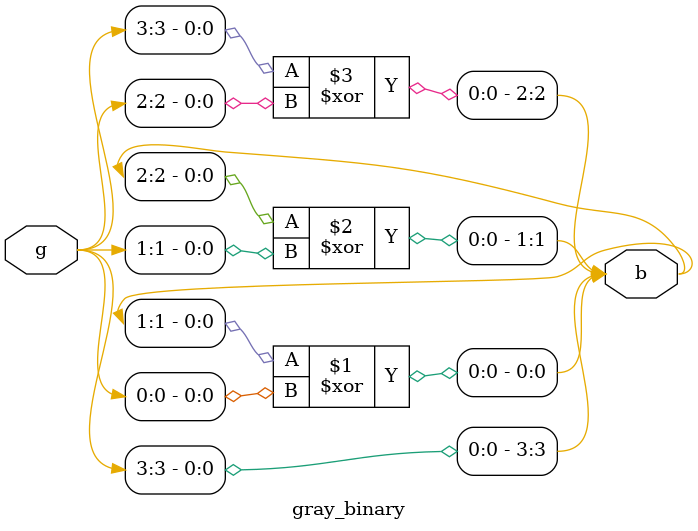
<source format=v>
module gray_binary (b,g);

  input [3:0]g;
  output [3:0]b;


  
 assign b[0]=b[1]^g[0];   
 assign b[1]=b[2]^g[1];
 assign  b[2]=b[3]^g[2];
 assign  b[3]=g[3];


endmodule
</source>
